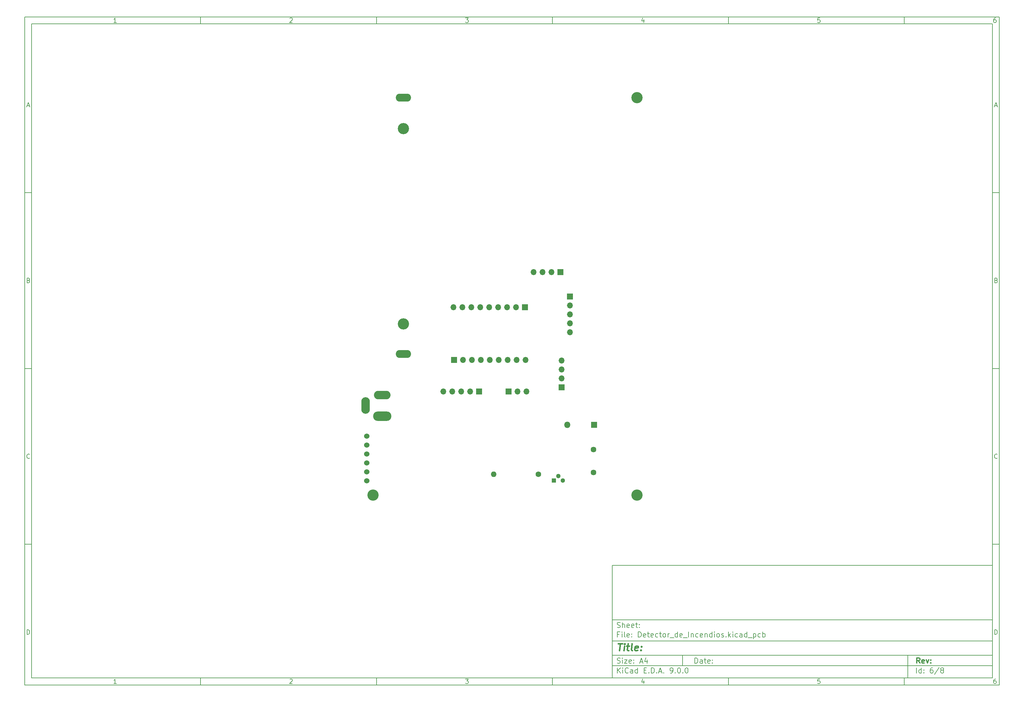
<source format=gbr>
%TF.GenerationSoftware,KiCad,Pcbnew,9.0.0*%
%TF.CreationDate,2025-02-27T14:05:11-05:00*%
%TF.ProjectId,Detector_de_Incendios,44657465-6374-46f7-925f-64655f496e63,rev?*%
%TF.SameCoordinates,Original*%
%TF.FileFunction,Soldermask,Top*%
%TF.FilePolarity,Negative*%
%FSLAX46Y46*%
G04 Gerber Fmt 4.6, Leading zero omitted, Abs format (unit mm)*
G04 Created by KiCad (PCBNEW 9.0.0) date 2025-02-27 14:05:11*
%MOMM*%
%LPD*%
G01*
G04 APERTURE LIST*
%ADD10C,0.100000*%
%ADD11C,0.150000*%
%ADD12C,0.300000*%
%ADD13C,0.400000*%
%ADD14C,3.200000*%
%ADD15C,1.600000*%
%ADD16O,1.600000X1.600000*%
%ADD17R,1.700000X1.700000*%
%ADD18O,1.700000X1.700000*%
%ADD19O,5.204000X2.704000*%
%ADD20O,4.704000X2.454000*%
%ADD21O,2.454000X4.704000*%
%ADD22C,1.612000*%
%ADD23C,1.524000*%
%ADD24O,1.800000X1.800000*%
%ADD25R,1.800000X1.800000*%
%ADD26R,1.300000X1.300000*%
%ADD27C,1.300000*%
%ADD28O,4.344000X2.274000*%
G04 APERTURE END LIST*
D10*
D11*
X177002200Y-166007200D02*
X285002200Y-166007200D01*
X285002200Y-198007200D01*
X177002200Y-198007200D01*
X177002200Y-166007200D01*
D10*
D11*
X10000000Y-10000000D02*
X287002200Y-10000000D01*
X287002200Y-200007200D01*
X10000000Y-200007200D01*
X10000000Y-10000000D01*
D10*
D11*
X12000000Y-12000000D02*
X285002200Y-12000000D01*
X285002200Y-198007200D01*
X12000000Y-198007200D01*
X12000000Y-12000000D01*
D10*
D11*
X60000000Y-12000000D02*
X60000000Y-10000000D01*
D10*
D11*
X110000000Y-12000000D02*
X110000000Y-10000000D01*
D10*
D11*
X160000000Y-12000000D02*
X160000000Y-10000000D01*
D10*
D11*
X210000000Y-12000000D02*
X210000000Y-10000000D01*
D10*
D11*
X260000000Y-12000000D02*
X260000000Y-10000000D01*
D10*
D11*
X36089160Y-11593604D02*
X35346303Y-11593604D01*
X35717731Y-11593604D02*
X35717731Y-10293604D01*
X35717731Y-10293604D02*
X35593922Y-10479319D01*
X35593922Y-10479319D02*
X35470112Y-10603128D01*
X35470112Y-10603128D02*
X35346303Y-10665033D01*
D10*
D11*
X85346303Y-10417414D02*
X85408207Y-10355509D01*
X85408207Y-10355509D02*
X85532017Y-10293604D01*
X85532017Y-10293604D02*
X85841541Y-10293604D01*
X85841541Y-10293604D02*
X85965350Y-10355509D01*
X85965350Y-10355509D02*
X86027255Y-10417414D01*
X86027255Y-10417414D02*
X86089160Y-10541223D01*
X86089160Y-10541223D02*
X86089160Y-10665033D01*
X86089160Y-10665033D02*
X86027255Y-10850747D01*
X86027255Y-10850747D02*
X85284398Y-11593604D01*
X85284398Y-11593604D02*
X86089160Y-11593604D01*
D10*
D11*
X135284398Y-10293604D02*
X136089160Y-10293604D01*
X136089160Y-10293604D02*
X135655826Y-10788842D01*
X135655826Y-10788842D02*
X135841541Y-10788842D01*
X135841541Y-10788842D02*
X135965350Y-10850747D01*
X135965350Y-10850747D02*
X136027255Y-10912652D01*
X136027255Y-10912652D02*
X136089160Y-11036461D01*
X136089160Y-11036461D02*
X136089160Y-11345985D01*
X136089160Y-11345985D02*
X136027255Y-11469795D01*
X136027255Y-11469795D02*
X135965350Y-11531700D01*
X135965350Y-11531700D02*
X135841541Y-11593604D01*
X135841541Y-11593604D02*
X135470112Y-11593604D01*
X135470112Y-11593604D02*
X135346303Y-11531700D01*
X135346303Y-11531700D02*
X135284398Y-11469795D01*
D10*
D11*
X185965350Y-10726938D02*
X185965350Y-11593604D01*
X185655826Y-10231700D02*
X185346303Y-11160271D01*
X185346303Y-11160271D02*
X186151064Y-11160271D01*
D10*
D11*
X236027255Y-10293604D02*
X235408207Y-10293604D01*
X235408207Y-10293604D02*
X235346303Y-10912652D01*
X235346303Y-10912652D02*
X235408207Y-10850747D01*
X235408207Y-10850747D02*
X235532017Y-10788842D01*
X235532017Y-10788842D02*
X235841541Y-10788842D01*
X235841541Y-10788842D02*
X235965350Y-10850747D01*
X235965350Y-10850747D02*
X236027255Y-10912652D01*
X236027255Y-10912652D02*
X236089160Y-11036461D01*
X236089160Y-11036461D02*
X236089160Y-11345985D01*
X236089160Y-11345985D02*
X236027255Y-11469795D01*
X236027255Y-11469795D02*
X235965350Y-11531700D01*
X235965350Y-11531700D02*
X235841541Y-11593604D01*
X235841541Y-11593604D02*
X235532017Y-11593604D01*
X235532017Y-11593604D02*
X235408207Y-11531700D01*
X235408207Y-11531700D02*
X235346303Y-11469795D01*
D10*
D11*
X285965350Y-10293604D02*
X285717731Y-10293604D01*
X285717731Y-10293604D02*
X285593922Y-10355509D01*
X285593922Y-10355509D02*
X285532017Y-10417414D01*
X285532017Y-10417414D02*
X285408207Y-10603128D01*
X285408207Y-10603128D02*
X285346303Y-10850747D01*
X285346303Y-10850747D02*
X285346303Y-11345985D01*
X285346303Y-11345985D02*
X285408207Y-11469795D01*
X285408207Y-11469795D02*
X285470112Y-11531700D01*
X285470112Y-11531700D02*
X285593922Y-11593604D01*
X285593922Y-11593604D02*
X285841541Y-11593604D01*
X285841541Y-11593604D02*
X285965350Y-11531700D01*
X285965350Y-11531700D02*
X286027255Y-11469795D01*
X286027255Y-11469795D02*
X286089160Y-11345985D01*
X286089160Y-11345985D02*
X286089160Y-11036461D01*
X286089160Y-11036461D02*
X286027255Y-10912652D01*
X286027255Y-10912652D02*
X285965350Y-10850747D01*
X285965350Y-10850747D02*
X285841541Y-10788842D01*
X285841541Y-10788842D02*
X285593922Y-10788842D01*
X285593922Y-10788842D02*
X285470112Y-10850747D01*
X285470112Y-10850747D02*
X285408207Y-10912652D01*
X285408207Y-10912652D02*
X285346303Y-11036461D01*
D10*
D11*
X60000000Y-198007200D02*
X60000000Y-200007200D01*
D10*
D11*
X110000000Y-198007200D02*
X110000000Y-200007200D01*
D10*
D11*
X160000000Y-198007200D02*
X160000000Y-200007200D01*
D10*
D11*
X210000000Y-198007200D02*
X210000000Y-200007200D01*
D10*
D11*
X260000000Y-198007200D02*
X260000000Y-200007200D01*
D10*
D11*
X36089160Y-199600804D02*
X35346303Y-199600804D01*
X35717731Y-199600804D02*
X35717731Y-198300804D01*
X35717731Y-198300804D02*
X35593922Y-198486519D01*
X35593922Y-198486519D02*
X35470112Y-198610328D01*
X35470112Y-198610328D02*
X35346303Y-198672233D01*
D10*
D11*
X85346303Y-198424614D02*
X85408207Y-198362709D01*
X85408207Y-198362709D02*
X85532017Y-198300804D01*
X85532017Y-198300804D02*
X85841541Y-198300804D01*
X85841541Y-198300804D02*
X85965350Y-198362709D01*
X85965350Y-198362709D02*
X86027255Y-198424614D01*
X86027255Y-198424614D02*
X86089160Y-198548423D01*
X86089160Y-198548423D02*
X86089160Y-198672233D01*
X86089160Y-198672233D02*
X86027255Y-198857947D01*
X86027255Y-198857947D02*
X85284398Y-199600804D01*
X85284398Y-199600804D02*
X86089160Y-199600804D01*
D10*
D11*
X135284398Y-198300804D02*
X136089160Y-198300804D01*
X136089160Y-198300804D02*
X135655826Y-198796042D01*
X135655826Y-198796042D02*
X135841541Y-198796042D01*
X135841541Y-198796042D02*
X135965350Y-198857947D01*
X135965350Y-198857947D02*
X136027255Y-198919852D01*
X136027255Y-198919852D02*
X136089160Y-199043661D01*
X136089160Y-199043661D02*
X136089160Y-199353185D01*
X136089160Y-199353185D02*
X136027255Y-199476995D01*
X136027255Y-199476995D02*
X135965350Y-199538900D01*
X135965350Y-199538900D02*
X135841541Y-199600804D01*
X135841541Y-199600804D02*
X135470112Y-199600804D01*
X135470112Y-199600804D02*
X135346303Y-199538900D01*
X135346303Y-199538900D02*
X135284398Y-199476995D01*
D10*
D11*
X185965350Y-198734138D02*
X185965350Y-199600804D01*
X185655826Y-198238900D02*
X185346303Y-199167471D01*
X185346303Y-199167471D02*
X186151064Y-199167471D01*
D10*
D11*
X236027255Y-198300804D02*
X235408207Y-198300804D01*
X235408207Y-198300804D02*
X235346303Y-198919852D01*
X235346303Y-198919852D02*
X235408207Y-198857947D01*
X235408207Y-198857947D02*
X235532017Y-198796042D01*
X235532017Y-198796042D02*
X235841541Y-198796042D01*
X235841541Y-198796042D02*
X235965350Y-198857947D01*
X235965350Y-198857947D02*
X236027255Y-198919852D01*
X236027255Y-198919852D02*
X236089160Y-199043661D01*
X236089160Y-199043661D02*
X236089160Y-199353185D01*
X236089160Y-199353185D02*
X236027255Y-199476995D01*
X236027255Y-199476995D02*
X235965350Y-199538900D01*
X235965350Y-199538900D02*
X235841541Y-199600804D01*
X235841541Y-199600804D02*
X235532017Y-199600804D01*
X235532017Y-199600804D02*
X235408207Y-199538900D01*
X235408207Y-199538900D02*
X235346303Y-199476995D01*
D10*
D11*
X285965350Y-198300804D02*
X285717731Y-198300804D01*
X285717731Y-198300804D02*
X285593922Y-198362709D01*
X285593922Y-198362709D02*
X285532017Y-198424614D01*
X285532017Y-198424614D02*
X285408207Y-198610328D01*
X285408207Y-198610328D02*
X285346303Y-198857947D01*
X285346303Y-198857947D02*
X285346303Y-199353185D01*
X285346303Y-199353185D02*
X285408207Y-199476995D01*
X285408207Y-199476995D02*
X285470112Y-199538900D01*
X285470112Y-199538900D02*
X285593922Y-199600804D01*
X285593922Y-199600804D02*
X285841541Y-199600804D01*
X285841541Y-199600804D02*
X285965350Y-199538900D01*
X285965350Y-199538900D02*
X286027255Y-199476995D01*
X286027255Y-199476995D02*
X286089160Y-199353185D01*
X286089160Y-199353185D02*
X286089160Y-199043661D01*
X286089160Y-199043661D02*
X286027255Y-198919852D01*
X286027255Y-198919852D02*
X285965350Y-198857947D01*
X285965350Y-198857947D02*
X285841541Y-198796042D01*
X285841541Y-198796042D02*
X285593922Y-198796042D01*
X285593922Y-198796042D02*
X285470112Y-198857947D01*
X285470112Y-198857947D02*
X285408207Y-198919852D01*
X285408207Y-198919852D02*
X285346303Y-199043661D01*
D10*
D11*
X10000000Y-60000000D02*
X12000000Y-60000000D01*
D10*
D11*
X10000000Y-110000000D02*
X12000000Y-110000000D01*
D10*
D11*
X10000000Y-160000000D02*
X12000000Y-160000000D01*
D10*
D11*
X10690476Y-35222176D02*
X11309523Y-35222176D01*
X10566666Y-35593604D02*
X10999999Y-34293604D01*
X10999999Y-34293604D02*
X11433333Y-35593604D01*
D10*
D11*
X11092857Y-84912652D02*
X11278571Y-84974557D01*
X11278571Y-84974557D02*
X11340476Y-85036461D01*
X11340476Y-85036461D02*
X11402380Y-85160271D01*
X11402380Y-85160271D02*
X11402380Y-85345985D01*
X11402380Y-85345985D02*
X11340476Y-85469795D01*
X11340476Y-85469795D02*
X11278571Y-85531700D01*
X11278571Y-85531700D02*
X11154761Y-85593604D01*
X11154761Y-85593604D02*
X10659523Y-85593604D01*
X10659523Y-85593604D02*
X10659523Y-84293604D01*
X10659523Y-84293604D02*
X11092857Y-84293604D01*
X11092857Y-84293604D02*
X11216666Y-84355509D01*
X11216666Y-84355509D02*
X11278571Y-84417414D01*
X11278571Y-84417414D02*
X11340476Y-84541223D01*
X11340476Y-84541223D02*
X11340476Y-84665033D01*
X11340476Y-84665033D02*
X11278571Y-84788842D01*
X11278571Y-84788842D02*
X11216666Y-84850747D01*
X11216666Y-84850747D02*
X11092857Y-84912652D01*
X11092857Y-84912652D02*
X10659523Y-84912652D01*
D10*
D11*
X11402380Y-135469795D02*
X11340476Y-135531700D01*
X11340476Y-135531700D02*
X11154761Y-135593604D01*
X11154761Y-135593604D02*
X11030952Y-135593604D01*
X11030952Y-135593604D02*
X10845238Y-135531700D01*
X10845238Y-135531700D02*
X10721428Y-135407890D01*
X10721428Y-135407890D02*
X10659523Y-135284080D01*
X10659523Y-135284080D02*
X10597619Y-135036461D01*
X10597619Y-135036461D02*
X10597619Y-134850747D01*
X10597619Y-134850747D02*
X10659523Y-134603128D01*
X10659523Y-134603128D02*
X10721428Y-134479319D01*
X10721428Y-134479319D02*
X10845238Y-134355509D01*
X10845238Y-134355509D02*
X11030952Y-134293604D01*
X11030952Y-134293604D02*
X11154761Y-134293604D01*
X11154761Y-134293604D02*
X11340476Y-134355509D01*
X11340476Y-134355509D02*
X11402380Y-134417414D01*
D10*
D11*
X10659523Y-185593604D02*
X10659523Y-184293604D01*
X10659523Y-184293604D02*
X10969047Y-184293604D01*
X10969047Y-184293604D02*
X11154761Y-184355509D01*
X11154761Y-184355509D02*
X11278571Y-184479319D01*
X11278571Y-184479319D02*
X11340476Y-184603128D01*
X11340476Y-184603128D02*
X11402380Y-184850747D01*
X11402380Y-184850747D02*
X11402380Y-185036461D01*
X11402380Y-185036461D02*
X11340476Y-185284080D01*
X11340476Y-185284080D02*
X11278571Y-185407890D01*
X11278571Y-185407890D02*
X11154761Y-185531700D01*
X11154761Y-185531700D02*
X10969047Y-185593604D01*
X10969047Y-185593604D02*
X10659523Y-185593604D01*
D10*
D11*
X287002200Y-60000000D02*
X285002200Y-60000000D01*
D10*
D11*
X287002200Y-110000000D02*
X285002200Y-110000000D01*
D10*
D11*
X287002200Y-160000000D02*
X285002200Y-160000000D01*
D10*
D11*
X285692676Y-35222176D02*
X286311723Y-35222176D01*
X285568866Y-35593604D02*
X286002199Y-34293604D01*
X286002199Y-34293604D02*
X286435533Y-35593604D01*
D10*
D11*
X286095057Y-84912652D02*
X286280771Y-84974557D01*
X286280771Y-84974557D02*
X286342676Y-85036461D01*
X286342676Y-85036461D02*
X286404580Y-85160271D01*
X286404580Y-85160271D02*
X286404580Y-85345985D01*
X286404580Y-85345985D02*
X286342676Y-85469795D01*
X286342676Y-85469795D02*
X286280771Y-85531700D01*
X286280771Y-85531700D02*
X286156961Y-85593604D01*
X286156961Y-85593604D02*
X285661723Y-85593604D01*
X285661723Y-85593604D02*
X285661723Y-84293604D01*
X285661723Y-84293604D02*
X286095057Y-84293604D01*
X286095057Y-84293604D02*
X286218866Y-84355509D01*
X286218866Y-84355509D02*
X286280771Y-84417414D01*
X286280771Y-84417414D02*
X286342676Y-84541223D01*
X286342676Y-84541223D02*
X286342676Y-84665033D01*
X286342676Y-84665033D02*
X286280771Y-84788842D01*
X286280771Y-84788842D02*
X286218866Y-84850747D01*
X286218866Y-84850747D02*
X286095057Y-84912652D01*
X286095057Y-84912652D02*
X285661723Y-84912652D01*
D10*
D11*
X286404580Y-135469795D02*
X286342676Y-135531700D01*
X286342676Y-135531700D02*
X286156961Y-135593604D01*
X286156961Y-135593604D02*
X286033152Y-135593604D01*
X286033152Y-135593604D02*
X285847438Y-135531700D01*
X285847438Y-135531700D02*
X285723628Y-135407890D01*
X285723628Y-135407890D02*
X285661723Y-135284080D01*
X285661723Y-135284080D02*
X285599819Y-135036461D01*
X285599819Y-135036461D02*
X285599819Y-134850747D01*
X285599819Y-134850747D02*
X285661723Y-134603128D01*
X285661723Y-134603128D02*
X285723628Y-134479319D01*
X285723628Y-134479319D02*
X285847438Y-134355509D01*
X285847438Y-134355509D02*
X286033152Y-134293604D01*
X286033152Y-134293604D02*
X286156961Y-134293604D01*
X286156961Y-134293604D02*
X286342676Y-134355509D01*
X286342676Y-134355509D02*
X286404580Y-134417414D01*
D10*
D11*
X285661723Y-185593604D02*
X285661723Y-184293604D01*
X285661723Y-184293604D02*
X285971247Y-184293604D01*
X285971247Y-184293604D02*
X286156961Y-184355509D01*
X286156961Y-184355509D02*
X286280771Y-184479319D01*
X286280771Y-184479319D02*
X286342676Y-184603128D01*
X286342676Y-184603128D02*
X286404580Y-184850747D01*
X286404580Y-184850747D02*
X286404580Y-185036461D01*
X286404580Y-185036461D02*
X286342676Y-185284080D01*
X286342676Y-185284080D02*
X286280771Y-185407890D01*
X286280771Y-185407890D02*
X286156961Y-185531700D01*
X286156961Y-185531700D02*
X285971247Y-185593604D01*
X285971247Y-185593604D02*
X285661723Y-185593604D01*
D10*
D11*
X200458026Y-193793328D02*
X200458026Y-192293328D01*
X200458026Y-192293328D02*
X200815169Y-192293328D01*
X200815169Y-192293328D02*
X201029455Y-192364757D01*
X201029455Y-192364757D02*
X201172312Y-192507614D01*
X201172312Y-192507614D02*
X201243741Y-192650471D01*
X201243741Y-192650471D02*
X201315169Y-192936185D01*
X201315169Y-192936185D02*
X201315169Y-193150471D01*
X201315169Y-193150471D02*
X201243741Y-193436185D01*
X201243741Y-193436185D02*
X201172312Y-193579042D01*
X201172312Y-193579042D02*
X201029455Y-193721900D01*
X201029455Y-193721900D02*
X200815169Y-193793328D01*
X200815169Y-193793328D02*
X200458026Y-193793328D01*
X202600884Y-193793328D02*
X202600884Y-193007614D01*
X202600884Y-193007614D02*
X202529455Y-192864757D01*
X202529455Y-192864757D02*
X202386598Y-192793328D01*
X202386598Y-192793328D02*
X202100884Y-192793328D01*
X202100884Y-192793328D02*
X201958026Y-192864757D01*
X202600884Y-193721900D02*
X202458026Y-193793328D01*
X202458026Y-193793328D02*
X202100884Y-193793328D01*
X202100884Y-193793328D02*
X201958026Y-193721900D01*
X201958026Y-193721900D02*
X201886598Y-193579042D01*
X201886598Y-193579042D02*
X201886598Y-193436185D01*
X201886598Y-193436185D02*
X201958026Y-193293328D01*
X201958026Y-193293328D02*
X202100884Y-193221900D01*
X202100884Y-193221900D02*
X202458026Y-193221900D01*
X202458026Y-193221900D02*
X202600884Y-193150471D01*
X203100884Y-192793328D02*
X203672312Y-192793328D01*
X203315169Y-192293328D02*
X203315169Y-193579042D01*
X203315169Y-193579042D02*
X203386598Y-193721900D01*
X203386598Y-193721900D02*
X203529455Y-193793328D01*
X203529455Y-193793328D02*
X203672312Y-193793328D01*
X204743741Y-193721900D02*
X204600884Y-193793328D01*
X204600884Y-193793328D02*
X204315170Y-193793328D01*
X204315170Y-193793328D02*
X204172312Y-193721900D01*
X204172312Y-193721900D02*
X204100884Y-193579042D01*
X204100884Y-193579042D02*
X204100884Y-193007614D01*
X204100884Y-193007614D02*
X204172312Y-192864757D01*
X204172312Y-192864757D02*
X204315170Y-192793328D01*
X204315170Y-192793328D02*
X204600884Y-192793328D01*
X204600884Y-192793328D02*
X204743741Y-192864757D01*
X204743741Y-192864757D02*
X204815170Y-193007614D01*
X204815170Y-193007614D02*
X204815170Y-193150471D01*
X204815170Y-193150471D02*
X204100884Y-193293328D01*
X205458026Y-193650471D02*
X205529455Y-193721900D01*
X205529455Y-193721900D02*
X205458026Y-193793328D01*
X205458026Y-193793328D02*
X205386598Y-193721900D01*
X205386598Y-193721900D02*
X205458026Y-193650471D01*
X205458026Y-193650471D02*
X205458026Y-193793328D01*
X205458026Y-192864757D02*
X205529455Y-192936185D01*
X205529455Y-192936185D02*
X205458026Y-193007614D01*
X205458026Y-193007614D02*
X205386598Y-192936185D01*
X205386598Y-192936185D02*
X205458026Y-192864757D01*
X205458026Y-192864757D02*
X205458026Y-193007614D01*
D10*
D11*
X177002200Y-194507200D02*
X285002200Y-194507200D01*
D10*
D11*
X178458026Y-196593328D02*
X178458026Y-195093328D01*
X179315169Y-196593328D02*
X178672312Y-195736185D01*
X179315169Y-195093328D02*
X178458026Y-195950471D01*
X179958026Y-196593328D02*
X179958026Y-195593328D01*
X179958026Y-195093328D02*
X179886598Y-195164757D01*
X179886598Y-195164757D02*
X179958026Y-195236185D01*
X179958026Y-195236185D02*
X180029455Y-195164757D01*
X180029455Y-195164757D02*
X179958026Y-195093328D01*
X179958026Y-195093328D02*
X179958026Y-195236185D01*
X181529455Y-196450471D02*
X181458027Y-196521900D01*
X181458027Y-196521900D02*
X181243741Y-196593328D01*
X181243741Y-196593328D02*
X181100884Y-196593328D01*
X181100884Y-196593328D02*
X180886598Y-196521900D01*
X180886598Y-196521900D02*
X180743741Y-196379042D01*
X180743741Y-196379042D02*
X180672312Y-196236185D01*
X180672312Y-196236185D02*
X180600884Y-195950471D01*
X180600884Y-195950471D02*
X180600884Y-195736185D01*
X180600884Y-195736185D02*
X180672312Y-195450471D01*
X180672312Y-195450471D02*
X180743741Y-195307614D01*
X180743741Y-195307614D02*
X180886598Y-195164757D01*
X180886598Y-195164757D02*
X181100884Y-195093328D01*
X181100884Y-195093328D02*
X181243741Y-195093328D01*
X181243741Y-195093328D02*
X181458027Y-195164757D01*
X181458027Y-195164757D02*
X181529455Y-195236185D01*
X182815170Y-196593328D02*
X182815170Y-195807614D01*
X182815170Y-195807614D02*
X182743741Y-195664757D01*
X182743741Y-195664757D02*
X182600884Y-195593328D01*
X182600884Y-195593328D02*
X182315170Y-195593328D01*
X182315170Y-195593328D02*
X182172312Y-195664757D01*
X182815170Y-196521900D02*
X182672312Y-196593328D01*
X182672312Y-196593328D02*
X182315170Y-196593328D01*
X182315170Y-196593328D02*
X182172312Y-196521900D01*
X182172312Y-196521900D02*
X182100884Y-196379042D01*
X182100884Y-196379042D02*
X182100884Y-196236185D01*
X182100884Y-196236185D02*
X182172312Y-196093328D01*
X182172312Y-196093328D02*
X182315170Y-196021900D01*
X182315170Y-196021900D02*
X182672312Y-196021900D01*
X182672312Y-196021900D02*
X182815170Y-195950471D01*
X184172313Y-196593328D02*
X184172313Y-195093328D01*
X184172313Y-196521900D02*
X184029455Y-196593328D01*
X184029455Y-196593328D02*
X183743741Y-196593328D01*
X183743741Y-196593328D02*
X183600884Y-196521900D01*
X183600884Y-196521900D02*
X183529455Y-196450471D01*
X183529455Y-196450471D02*
X183458027Y-196307614D01*
X183458027Y-196307614D02*
X183458027Y-195879042D01*
X183458027Y-195879042D02*
X183529455Y-195736185D01*
X183529455Y-195736185D02*
X183600884Y-195664757D01*
X183600884Y-195664757D02*
X183743741Y-195593328D01*
X183743741Y-195593328D02*
X184029455Y-195593328D01*
X184029455Y-195593328D02*
X184172313Y-195664757D01*
X186029455Y-195807614D02*
X186529455Y-195807614D01*
X186743741Y-196593328D02*
X186029455Y-196593328D01*
X186029455Y-196593328D02*
X186029455Y-195093328D01*
X186029455Y-195093328D02*
X186743741Y-195093328D01*
X187386598Y-196450471D02*
X187458027Y-196521900D01*
X187458027Y-196521900D02*
X187386598Y-196593328D01*
X187386598Y-196593328D02*
X187315170Y-196521900D01*
X187315170Y-196521900D02*
X187386598Y-196450471D01*
X187386598Y-196450471D02*
X187386598Y-196593328D01*
X188100884Y-196593328D02*
X188100884Y-195093328D01*
X188100884Y-195093328D02*
X188458027Y-195093328D01*
X188458027Y-195093328D02*
X188672313Y-195164757D01*
X188672313Y-195164757D02*
X188815170Y-195307614D01*
X188815170Y-195307614D02*
X188886599Y-195450471D01*
X188886599Y-195450471D02*
X188958027Y-195736185D01*
X188958027Y-195736185D02*
X188958027Y-195950471D01*
X188958027Y-195950471D02*
X188886599Y-196236185D01*
X188886599Y-196236185D02*
X188815170Y-196379042D01*
X188815170Y-196379042D02*
X188672313Y-196521900D01*
X188672313Y-196521900D02*
X188458027Y-196593328D01*
X188458027Y-196593328D02*
X188100884Y-196593328D01*
X189600884Y-196450471D02*
X189672313Y-196521900D01*
X189672313Y-196521900D02*
X189600884Y-196593328D01*
X189600884Y-196593328D02*
X189529456Y-196521900D01*
X189529456Y-196521900D02*
X189600884Y-196450471D01*
X189600884Y-196450471D02*
X189600884Y-196593328D01*
X190243742Y-196164757D02*
X190958028Y-196164757D01*
X190100885Y-196593328D02*
X190600885Y-195093328D01*
X190600885Y-195093328D02*
X191100885Y-196593328D01*
X191600884Y-196450471D02*
X191672313Y-196521900D01*
X191672313Y-196521900D02*
X191600884Y-196593328D01*
X191600884Y-196593328D02*
X191529456Y-196521900D01*
X191529456Y-196521900D02*
X191600884Y-196450471D01*
X191600884Y-196450471D02*
X191600884Y-196593328D01*
X193529456Y-196593328D02*
X193815170Y-196593328D01*
X193815170Y-196593328D02*
X193958027Y-196521900D01*
X193958027Y-196521900D02*
X194029456Y-196450471D01*
X194029456Y-196450471D02*
X194172313Y-196236185D01*
X194172313Y-196236185D02*
X194243742Y-195950471D01*
X194243742Y-195950471D02*
X194243742Y-195379042D01*
X194243742Y-195379042D02*
X194172313Y-195236185D01*
X194172313Y-195236185D02*
X194100885Y-195164757D01*
X194100885Y-195164757D02*
X193958027Y-195093328D01*
X193958027Y-195093328D02*
X193672313Y-195093328D01*
X193672313Y-195093328D02*
X193529456Y-195164757D01*
X193529456Y-195164757D02*
X193458027Y-195236185D01*
X193458027Y-195236185D02*
X193386599Y-195379042D01*
X193386599Y-195379042D02*
X193386599Y-195736185D01*
X193386599Y-195736185D02*
X193458027Y-195879042D01*
X193458027Y-195879042D02*
X193529456Y-195950471D01*
X193529456Y-195950471D02*
X193672313Y-196021900D01*
X193672313Y-196021900D02*
X193958027Y-196021900D01*
X193958027Y-196021900D02*
X194100885Y-195950471D01*
X194100885Y-195950471D02*
X194172313Y-195879042D01*
X194172313Y-195879042D02*
X194243742Y-195736185D01*
X194886598Y-196450471D02*
X194958027Y-196521900D01*
X194958027Y-196521900D02*
X194886598Y-196593328D01*
X194886598Y-196593328D02*
X194815170Y-196521900D01*
X194815170Y-196521900D02*
X194886598Y-196450471D01*
X194886598Y-196450471D02*
X194886598Y-196593328D01*
X195886599Y-195093328D02*
X196029456Y-195093328D01*
X196029456Y-195093328D02*
X196172313Y-195164757D01*
X196172313Y-195164757D02*
X196243742Y-195236185D01*
X196243742Y-195236185D02*
X196315170Y-195379042D01*
X196315170Y-195379042D02*
X196386599Y-195664757D01*
X196386599Y-195664757D02*
X196386599Y-196021900D01*
X196386599Y-196021900D02*
X196315170Y-196307614D01*
X196315170Y-196307614D02*
X196243742Y-196450471D01*
X196243742Y-196450471D02*
X196172313Y-196521900D01*
X196172313Y-196521900D02*
X196029456Y-196593328D01*
X196029456Y-196593328D02*
X195886599Y-196593328D01*
X195886599Y-196593328D02*
X195743742Y-196521900D01*
X195743742Y-196521900D02*
X195672313Y-196450471D01*
X195672313Y-196450471D02*
X195600884Y-196307614D01*
X195600884Y-196307614D02*
X195529456Y-196021900D01*
X195529456Y-196021900D02*
X195529456Y-195664757D01*
X195529456Y-195664757D02*
X195600884Y-195379042D01*
X195600884Y-195379042D02*
X195672313Y-195236185D01*
X195672313Y-195236185D02*
X195743742Y-195164757D01*
X195743742Y-195164757D02*
X195886599Y-195093328D01*
X197029455Y-196450471D02*
X197100884Y-196521900D01*
X197100884Y-196521900D02*
X197029455Y-196593328D01*
X197029455Y-196593328D02*
X196958027Y-196521900D01*
X196958027Y-196521900D02*
X197029455Y-196450471D01*
X197029455Y-196450471D02*
X197029455Y-196593328D01*
X198029456Y-195093328D02*
X198172313Y-195093328D01*
X198172313Y-195093328D02*
X198315170Y-195164757D01*
X198315170Y-195164757D02*
X198386599Y-195236185D01*
X198386599Y-195236185D02*
X198458027Y-195379042D01*
X198458027Y-195379042D02*
X198529456Y-195664757D01*
X198529456Y-195664757D02*
X198529456Y-196021900D01*
X198529456Y-196021900D02*
X198458027Y-196307614D01*
X198458027Y-196307614D02*
X198386599Y-196450471D01*
X198386599Y-196450471D02*
X198315170Y-196521900D01*
X198315170Y-196521900D02*
X198172313Y-196593328D01*
X198172313Y-196593328D02*
X198029456Y-196593328D01*
X198029456Y-196593328D02*
X197886599Y-196521900D01*
X197886599Y-196521900D02*
X197815170Y-196450471D01*
X197815170Y-196450471D02*
X197743741Y-196307614D01*
X197743741Y-196307614D02*
X197672313Y-196021900D01*
X197672313Y-196021900D02*
X197672313Y-195664757D01*
X197672313Y-195664757D02*
X197743741Y-195379042D01*
X197743741Y-195379042D02*
X197815170Y-195236185D01*
X197815170Y-195236185D02*
X197886599Y-195164757D01*
X197886599Y-195164757D02*
X198029456Y-195093328D01*
D10*
D11*
X177002200Y-191507200D02*
X285002200Y-191507200D01*
D10*
D12*
X264413853Y-193785528D02*
X263913853Y-193071242D01*
X263556710Y-193785528D02*
X263556710Y-192285528D01*
X263556710Y-192285528D02*
X264128139Y-192285528D01*
X264128139Y-192285528D02*
X264270996Y-192356957D01*
X264270996Y-192356957D02*
X264342425Y-192428385D01*
X264342425Y-192428385D02*
X264413853Y-192571242D01*
X264413853Y-192571242D02*
X264413853Y-192785528D01*
X264413853Y-192785528D02*
X264342425Y-192928385D01*
X264342425Y-192928385D02*
X264270996Y-192999814D01*
X264270996Y-192999814D02*
X264128139Y-193071242D01*
X264128139Y-193071242D02*
X263556710Y-193071242D01*
X265628139Y-193714100D02*
X265485282Y-193785528D01*
X265485282Y-193785528D02*
X265199568Y-193785528D01*
X265199568Y-193785528D02*
X265056710Y-193714100D01*
X265056710Y-193714100D02*
X264985282Y-193571242D01*
X264985282Y-193571242D02*
X264985282Y-192999814D01*
X264985282Y-192999814D02*
X265056710Y-192856957D01*
X265056710Y-192856957D02*
X265199568Y-192785528D01*
X265199568Y-192785528D02*
X265485282Y-192785528D01*
X265485282Y-192785528D02*
X265628139Y-192856957D01*
X265628139Y-192856957D02*
X265699568Y-192999814D01*
X265699568Y-192999814D02*
X265699568Y-193142671D01*
X265699568Y-193142671D02*
X264985282Y-193285528D01*
X266199567Y-192785528D02*
X266556710Y-193785528D01*
X266556710Y-193785528D02*
X266913853Y-192785528D01*
X267485281Y-193642671D02*
X267556710Y-193714100D01*
X267556710Y-193714100D02*
X267485281Y-193785528D01*
X267485281Y-193785528D02*
X267413853Y-193714100D01*
X267413853Y-193714100D02*
X267485281Y-193642671D01*
X267485281Y-193642671D02*
X267485281Y-193785528D01*
X267485281Y-192856957D02*
X267556710Y-192928385D01*
X267556710Y-192928385D02*
X267485281Y-192999814D01*
X267485281Y-192999814D02*
X267413853Y-192928385D01*
X267413853Y-192928385D02*
X267485281Y-192856957D01*
X267485281Y-192856957D02*
X267485281Y-192999814D01*
D10*
D11*
X178386598Y-193721900D02*
X178600884Y-193793328D01*
X178600884Y-193793328D02*
X178958026Y-193793328D01*
X178958026Y-193793328D02*
X179100884Y-193721900D01*
X179100884Y-193721900D02*
X179172312Y-193650471D01*
X179172312Y-193650471D02*
X179243741Y-193507614D01*
X179243741Y-193507614D02*
X179243741Y-193364757D01*
X179243741Y-193364757D02*
X179172312Y-193221900D01*
X179172312Y-193221900D02*
X179100884Y-193150471D01*
X179100884Y-193150471D02*
X178958026Y-193079042D01*
X178958026Y-193079042D02*
X178672312Y-193007614D01*
X178672312Y-193007614D02*
X178529455Y-192936185D01*
X178529455Y-192936185D02*
X178458026Y-192864757D01*
X178458026Y-192864757D02*
X178386598Y-192721900D01*
X178386598Y-192721900D02*
X178386598Y-192579042D01*
X178386598Y-192579042D02*
X178458026Y-192436185D01*
X178458026Y-192436185D02*
X178529455Y-192364757D01*
X178529455Y-192364757D02*
X178672312Y-192293328D01*
X178672312Y-192293328D02*
X179029455Y-192293328D01*
X179029455Y-192293328D02*
X179243741Y-192364757D01*
X179886597Y-193793328D02*
X179886597Y-192793328D01*
X179886597Y-192293328D02*
X179815169Y-192364757D01*
X179815169Y-192364757D02*
X179886597Y-192436185D01*
X179886597Y-192436185D02*
X179958026Y-192364757D01*
X179958026Y-192364757D02*
X179886597Y-192293328D01*
X179886597Y-192293328D02*
X179886597Y-192436185D01*
X180458026Y-192793328D02*
X181243741Y-192793328D01*
X181243741Y-192793328D02*
X180458026Y-193793328D01*
X180458026Y-193793328D02*
X181243741Y-193793328D01*
X182386598Y-193721900D02*
X182243741Y-193793328D01*
X182243741Y-193793328D02*
X181958027Y-193793328D01*
X181958027Y-193793328D02*
X181815169Y-193721900D01*
X181815169Y-193721900D02*
X181743741Y-193579042D01*
X181743741Y-193579042D02*
X181743741Y-193007614D01*
X181743741Y-193007614D02*
X181815169Y-192864757D01*
X181815169Y-192864757D02*
X181958027Y-192793328D01*
X181958027Y-192793328D02*
X182243741Y-192793328D01*
X182243741Y-192793328D02*
X182386598Y-192864757D01*
X182386598Y-192864757D02*
X182458027Y-193007614D01*
X182458027Y-193007614D02*
X182458027Y-193150471D01*
X182458027Y-193150471D02*
X181743741Y-193293328D01*
X183100883Y-193650471D02*
X183172312Y-193721900D01*
X183172312Y-193721900D02*
X183100883Y-193793328D01*
X183100883Y-193793328D02*
X183029455Y-193721900D01*
X183029455Y-193721900D02*
X183100883Y-193650471D01*
X183100883Y-193650471D02*
X183100883Y-193793328D01*
X183100883Y-192864757D02*
X183172312Y-192936185D01*
X183172312Y-192936185D02*
X183100883Y-193007614D01*
X183100883Y-193007614D02*
X183029455Y-192936185D01*
X183029455Y-192936185D02*
X183100883Y-192864757D01*
X183100883Y-192864757D02*
X183100883Y-193007614D01*
X184886598Y-193364757D02*
X185600884Y-193364757D01*
X184743741Y-193793328D02*
X185243741Y-192293328D01*
X185243741Y-192293328D02*
X185743741Y-193793328D01*
X186886598Y-192793328D02*
X186886598Y-193793328D01*
X186529455Y-192221900D02*
X186172312Y-193293328D01*
X186172312Y-193293328D02*
X187100883Y-193293328D01*
D10*
D11*
X263458026Y-196593328D02*
X263458026Y-195093328D01*
X264815170Y-196593328D02*
X264815170Y-195093328D01*
X264815170Y-196521900D02*
X264672312Y-196593328D01*
X264672312Y-196593328D02*
X264386598Y-196593328D01*
X264386598Y-196593328D02*
X264243741Y-196521900D01*
X264243741Y-196521900D02*
X264172312Y-196450471D01*
X264172312Y-196450471D02*
X264100884Y-196307614D01*
X264100884Y-196307614D02*
X264100884Y-195879042D01*
X264100884Y-195879042D02*
X264172312Y-195736185D01*
X264172312Y-195736185D02*
X264243741Y-195664757D01*
X264243741Y-195664757D02*
X264386598Y-195593328D01*
X264386598Y-195593328D02*
X264672312Y-195593328D01*
X264672312Y-195593328D02*
X264815170Y-195664757D01*
X265529455Y-196450471D02*
X265600884Y-196521900D01*
X265600884Y-196521900D02*
X265529455Y-196593328D01*
X265529455Y-196593328D02*
X265458027Y-196521900D01*
X265458027Y-196521900D02*
X265529455Y-196450471D01*
X265529455Y-196450471D02*
X265529455Y-196593328D01*
X265529455Y-195664757D02*
X265600884Y-195736185D01*
X265600884Y-195736185D02*
X265529455Y-195807614D01*
X265529455Y-195807614D02*
X265458027Y-195736185D01*
X265458027Y-195736185D02*
X265529455Y-195664757D01*
X265529455Y-195664757D02*
X265529455Y-195807614D01*
X268029456Y-195093328D02*
X267743741Y-195093328D01*
X267743741Y-195093328D02*
X267600884Y-195164757D01*
X267600884Y-195164757D02*
X267529456Y-195236185D01*
X267529456Y-195236185D02*
X267386598Y-195450471D01*
X267386598Y-195450471D02*
X267315170Y-195736185D01*
X267315170Y-195736185D02*
X267315170Y-196307614D01*
X267315170Y-196307614D02*
X267386598Y-196450471D01*
X267386598Y-196450471D02*
X267458027Y-196521900D01*
X267458027Y-196521900D02*
X267600884Y-196593328D01*
X267600884Y-196593328D02*
X267886598Y-196593328D01*
X267886598Y-196593328D02*
X268029456Y-196521900D01*
X268029456Y-196521900D02*
X268100884Y-196450471D01*
X268100884Y-196450471D02*
X268172313Y-196307614D01*
X268172313Y-196307614D02*
X268172313Y-195950471D01*
X268172313Y-195950471D02*
X268100884Y-195807614D01*
X268100884Y-195807614D02*
X268029456Y-195736185D01*
X268029456Y-195736185D02*
X267886598Y-195664757D01*
X267886598Y-195664757D02*
X267600884Y-195664757D01*
X267600884Y-195664757D02*
X267458027Y-195736185D01*
X267458027Y-195736185D02*
X267386598Y-195807614D01*
X267386598Y-195807614D02*
X267315170Y-195950471D01*
X269886598Y-195021900D02*
X268600884Y-196950471D01*
X270600884Y-195736185D02*
X270458027Y-195664757D01*
X270458027Y-195664757D02*
X270386598Y-195593328D01*
X270386598Y-195593328D02*
X270315170Y-195450471D01*
X270315170Y-195450471D02*
X270315170Y-195379042D01*
X270315170Y-195379042D02*
X270386598Y-195236185D01*
X270386598Y-195236185D02*
X270458027Y-195164757D01*
X270458027Y-195164757D02*
X270600884Y-195093328D01*
X270600884Y-195093328D02*
X270886598Y-195093328D01*
X270886598Y-195093328D02*
X271029456Y-195164757D01*
X271029456Y-195164757D02*
X271100884Y-195236185D01*
X271100884Y-195236185D02*
X271172313Y-195379042D01*
X271172313Y-195379042D02*
X271172313Y-195450471D01*
X271172313Y-195450471D02*
X271100884Y-195593328D01*
X271100884Y-195593328D02*
X271029456Y-195664757D01*
X271029456Y-195664757D02*
X270886598Y-195736185D01*
X270886598Y-195736185D02*
X270600884Y-195736185D01*
X270600884Y-195736185D02*
X270458027Y-195807614D01*
X270458027Y-195807614D02*
X270386598Y-195879042D01*
X270386598Y-195879042D02*
X270315170Y-196021900D01*
X270315170Y-196021900D02*
X270315170Y-196307614D01*
X270315170Y-196307614D02*
X270386598Y-196450471D01*
X270386598Y-196450471D02*
X270458027Y-196521900D01*
X270458027Y-196521900D02*
X270600884Y-196593328D01*
X270600884Y-196593328D02*
X270886598Y-196593328D01*
X270886598Y-196593328D02*
X271029456Y-196521900D01*
X271029456Y-196521900D02*
X271100884Y-196450471D01*
X271100884Y-196450471D02*
X271172313Y-196307614D01*
X271172313Y-196307614D02*
X271172313Y-196021900D01*
X271172313Y-196021900D02*
X271100884Y-195879042D01*
X271100884Y-195879042D02*
X271029456Y-195807614D01*
X271029456Y-195807614D02*
X270886598Y-195736185D01*
D10*
D11*
X177002200Y-187507200D02*
X285002200Y-187507200D01*
D10*
D13*
X178693928Y-188211638D02*
X179836785Y-188211638D01*
X179015357Y-190211638D02*
X179265357Y-188211638D01*
X180253452Y-190211638D02*
X180420119Y-188878304D01*
X180503452Y-188211638D02*
X180396309Y-188306876D01*
X180396309Y-188306876D02*
X180479643Y-188402114D01*
X180479643Y-188402114D02*
X180586786Y-188306876D01*
X180586786Y-188306876D02*
X180503452Y-188211638D01*
X180503452Y-188211638D02*
X180479643Y-188402114D01*
X181086786Y-188878304D02*
X181848690Y-188878304D01*
X181455833Y-188211638D02*
X181241548Y-189925923D01*
X181241548Y-189925923D02*
X181312976Y-190116400D01*
X181312976Y-190116400D02*
X181491548Y-190211638D01*
X181491548Y-190211638D02*
X181682024Y-190211638D01*
X182634405Y-190211638D02*
X182455833Y-190116400D01*
X182455833Y-190116400D02*
X182384405Y-189925923D01*
X182384405Y-189925923D02*
X182598690Y-188211638D01*
X184170119Y-190116400D02*
X183967738Y-190211638D01*
X183967738Y-190211638D02*
X183586785Y-190211638D01*
X183586785Y-190211638D02*
X183408214Y-190116400D01*
X183408214Y-190116400D02*
X183336785Y-189925923D01*
X183336785Y-189925923D02*
X183432024Y-189164019D01*
X183432024Y-189164019D02*
X183551071Y-188973542D01*
X183551071Y-188973542D02*
X183753452Y-188878304D01*
X183753452Y-188878304D02*
X184134404Y-188878304D01*
X184134404Y-188878304D02*
X184312976Y-188973542D01*
X184312976Y-188973542D02*
X184384404Y-189164019D01*
X184384404Y-189164019D02*
X184360595Y-189354495D01*
X184360595Y-189354495D02*
X183384404Y-189544971D01*
X185134405Y-190021161D02*
X185217738Y-190116400D01*
X185217738Y-190116400D02*
X185110595Y-190211638D01*
X185110595Y-190211638D02*
X185027262Y-190116400D01*
X185027262Y-190116400D02*
X185134405Y-190021161D01*
X185134405Y-190021161D02*
X185110595Y-190211638D01*
X185265357Y-188973542D02*
X185348690Y-189068780D01*
X185348690Y-189068780D02*
X185241548Y-189164019D01*
X185241548Y-189164019D02*
X185158214Y-189068780D01*
X185158214Y-189068780D02*
X185265357Y-188973542D01*
X185265357Y-188973542D02*
X185241548Y-189164019D01*
D10*
D11*
X178958026Y-185607614D02*
X178458026Y-185607614D01*
X178458026Y-186393328D02*
X178458026Y-184893328D01*
X178458026Y-184893328D02*
X179172312Y-184893328D01*
X179743740Y-186393328D02*
X179743740Y-185393328D01*
X179743740Y-184893328D02*
X179672312Y-184964757D01*
X179672312Y-184964757D02*
X179743740Y-185036185D01*
X179743740Y-185036185D02*
X179815169Y-184964757D01*
X179815169Y-184964757D02*
X179743740Y-184893328D01*
X179743740Y-184893328D02*
X179743740Y-185036185D01*
X180672312Y-186393328D02*
X180529455Y-186321900D01*
X180529455Y-186321900D02*
X180458026Y-186179042D01*
X180458026Y-186179042D02*
X180458026Y-184893328D01*
X181815169Y-186321900D02*
X181672312Y-186393328D01*
X181672312Y-186393328D02*
X181386598Y-186393328D01*
X181386598Y-186393328D02*
X181243740Y-186321900D01*
X181243740Y-186321900D02*
X181172312Y-186179042D01*
X181172312Y-186179042D02*
X181172312Y-185607614D01*
X181172312Y-185607614D02*
X181243740Y-185464757D01*
X181243740Y-185464757D02*
X181386598Y-185393328D01*
X181386598Y-185393328D02*
X181672312Y-185393328D01*
X181672312Y-185393328D02*
X181815169Y-185464757D01*
X181815169Y-185464757D02*
X181886598Y-185607614D01*
X181886598Y-185607614D02*
X181886598Y-185750471D01*
X181886598Y-185750471D02*
X181172312Y-185893328D01*
X182529454Y-186250471D02*
X182600883Y-186321900D01*
X182600883Y-186321900D02*
X182529454Y-186393328D01*
X182529454Y-186393328D02*
X182458026Y-186321900D01*
X182458026Y-186321900D02*
X182529454Y-186250471D01*
X182529454Y-186250471D02*
X182529454Y-186393328D01*
X182529454Y-185464757D02*
X182600883Y-185536185D01*
X182600883Y-185536185D02*
X182529454Y-185607614D01*
X182529454Y-185607614D02*
X182458026Y-185536185D01*
X182458026Y-185536185D02*
X182529454Y-185464757D01*
X182529454Y-185464757D02*
X182529454Y-185607614D01*
X184386597Y-186393328D02*
X184386597Y-184893328D01*
X184386597Y-184893328D02*
X184743740Y-184893328D01*
X184743740Y-184893328D02*
X184958026Y-184964757D01*
X184958026Y-184964757D02*
X185100883Y-185107614D01*
X185100883Y-185107614D02*
X185172312Y-185250471D01*
X185172312Y-185250471D02*
X185243740Y-185536185D01*
X185243740Y-185536185D02*
X185243740Y-185750471D01*
X185243740Y-185750471D02*
X185172312Y-186036185D01*
X185172312Y-186036185D02*
X185100883Y-186179042D01*
X185100883Y-186179042D02*
X184958026Y-186321900D01*
X184958026Y-186321900D02*
X184743740Y-186393328D01*
X184743740Y-186393328D02*
X184386597Y-186393328D01*
X186458026Y-186321900D02*
X186315169Y-186393328D01*
X186315169Y-186393328D02*
X186029455Y-186393328D01*
X186029455Y-186393328D02*
X185886597Y-186321900D01*
X185886597Y-186321900D02*
X185815169Y-186179042D01*
X185815169Y-186179042D02*
X185815169Y-185607614D01*
X185815169Y-185607614D02*
X185886597Y-185464757D01*
X185886597Y-185464757D02*
X186029455Y-185393328D01*
X186029455Y-185393328D02*
X186315169Y-185393328D01*
X186315169Y-185393328D02*
X186458026Y-185464757D01*
X186458026Y-185464757D02*
X186529455Y-185607614D01*
X186529455Y-185607614D02*
X186529455Y-185750471D01*
X186529455Y-185750471D02*
X185815169Y-185893328D01*
X186958026Y-185393328D02*
X187529454Y-185393328D01*
X187172311Y-184893328D02*
X187172311Y-186179042D01*
X187172311Y-186179042D02*
X187243740Y-186321900D01*
X187243740Y-186321900D02*
X187386597Y-186393328D01*
X187386597Y-186393328D02*
X187529454Y-186393328D01*
X188600883Y-186321900D02*
X188458026Y-186393328D01*
X188458026Y-186393328D02*
X188172312Y-186393328D01*
X188172312Y-186393328D02*
X188029454Y-186321900D01*
X188029454Y-186321900D02*
X187958026Y-186179042D01*
X187958026Y-186179042D02*
X187958026Y-185607614D01*
X187958026Y-185607614D02*
X188029454Y-185464757D01*
X188029454Y-185464757D02*
X188172312Y-185393328D01*
X188172312Y-185393328D02*
X188458026Y-185393328D01*
X188458026Y-185393328D02*
X188600883Y-185464757D01*
X188600883Y-185464757D02*
X188672312Y-185607614D01*
X188672312Y-185607614D02*
X188672312Y-185750471D01*
X188672312Y-185750471D02*
X187958026Y-185893328D01*
X189958026Y-186321900D02*
X189815168Y-186393328D01*
X189815168Y-186393328D02*
X189529454Y-186393328D01*
X189529454Y-186393328D02*
X189386597Y-186321900D01*
X189386597Y-186321900D02*
X189315168Y-186250471D01*
X189315168Y-186250471D02*
X189243740Y-186107614D01*
X189243740Y-186107614D02*
X189243740Y-185679042D01*
X189243740Y-185679042D02*
X189315168Y-185536185D01*
X189315168Y-185536185D02*
X189386597Y-185464757D01*
X189386597Y-185464757D02*
X189529454Y-185393328D01*
X189529454Y-185393328D02*
X189815168Y-185393328D01*
X189815168Y-185393328D02*
X189958026Y-185464757D01*
X190386597Y-185393328D02*
X190958025Y-185393328D01*
X190600882Y-184893328D02*
X190600882Y-186179042D01*
X190600882Y-186179042D02*
X190672311Y-186321900D01*
X190672311Y-186321900D02*
X190815168Y-186393328D01*
X190815168Y-186393328D02*
X190958025Y-186393328D01*
X191672311Y-186393328D02*
X191529454Y-186321900D01*
X191529454Y-186321900D02*
X191458025Y-186250471D01*
X191458025Y-186250471D02*
X191386597Y-186107614D01*
X191386597Y-186107614D02*
X191386597Y-185679042D01*
X191386597Y-185679042D02*
X191458025Y-185536185D01*
X191458025Y-185536185D02*
X191529454Y-185464757D01*
X191529454Y-185464757D02*
X191672311Y-185393328D01*
X191672311Y-185393328D02*
X191886597Y-185393328D01*
X191886597Y-185393328D02*
X192029454Y-185464757D01*
X192029454Y-185464757D02*
X192100883Y-185536185D01*
X192100883Y-185536185D02*
X192172311Y-185679042D01*
X192172311Y-185679042D02*
X192172311Y-186107614D01*
X192172311Y-186107614D02*
X192100883Y-186250471D01*
X192100883Y-186250471D02*
X192029454Y-186321900D01*
X192029454Y-186321900D02*
X191886597Y-186393328D01*
X191886597Y-186393328D02*
X191672311Y-186393328D01*
X192815168Y-186393328D02*
X192815168Y-185393328D01*
X192815168Y-185679042D02*
X192886597Y-185536185D01*
X192886597Y-185536185D02*
X192958026Y-185464757D01*
X192958026Y-185464757D02*
X193100883Y-185393328D01*
X193100883Y-185393328D02*
X193243740Y-185393328D01*
X193386597Y-186536185D02*
X194529454Y-186536185D01*
X195529454Y-186393328D02*
X195529454Y-184893328D01*
X195529454Y-186321900D02*
X195386596Y-186393328D01*
X195386596Y-186393328D02*
X195100882Y-186393328D01*
X195100882Y-186393328D02*
X194958025Y-186321900D01*
X194958025Y-186321900D02*
X194886596Y-186250471D01*
X194886596Y-186250471D02*
X194815168Y-186107614D01*
X194815168Y-186107614D02*
X194815168Y-185679042D01*
X194815168Y-185679042D02*
X194886596Y-185536185D01*
X194886596Y-185536185D02*
X194958025Y-185464757D01*
X194958025Y-185464757D02*
X195100882Y-185393328D01*
X195100882Y-185393328D02*
X195386596Y-185393328D01*
X195386596Y-185393328D02*
X195529454Y-185464757D01*
X196815168Y-186321900D02*
X196672311Y-186393328D01*
X196672311Y-186393328D02*
X196386597Y-186393328D01*
X196386597Y-186393328D02*
X196243739Y-186321900D01*
X196243739Y-186321900D02*
X196172311Y-186179042D01*
X196172311Y-186179042D02*
X196172311Y-185607614D01*
X196172311Y-185607614D02*
X196243739Y-185464757D01*
X196243739Y-185464757D02*
X196386597Y-185393328D01*
X196386597Y-185393328D02*
X196672311Y-185393328D01*
X196672311Y-185393328D02*
X196815168Y-185464757D01*
X196815168Y-185464757D02*
X196886597Y-185607614D01*
X196886597Y-185607614D02*
X196886597Y-185750471D01*
X196886597Y-185750471D02*
X196172311Y-185893328D01*
X197172311Y-186536185D02*
X198315168Y-186536185D01*
X198672310Y-186393328D02*
X198672310Y-184893328D01*
X199386596Y-185393328D02*
X199386596Y-186393328D01*
X199386596Y-185536185D02*
X199458025Y-185464757D01*
X199458025Y-185464757D02*
X199600882Y-185393328D01*
X199600882Y-185393328D02*
X199815168Y-185393328D01*
X199815168Y-185393328D02*
X199958025Y-185464757D01*
X199958025Y-185464757D02*
X200029454Y-185607614D01*
X200029454Y-185607614D02*
X200029454Y-186393328D01*
X201386597Y-186321900D02*
X201243739Y-186393328D01*
X201243739Y-186393328D02*
X200958025Y-186393328D01*
X200958025Y-186393328D02*
X200815168Y-186321900D01*
X200815168Y-186321900D02*
X200743739Y-186250471D01*
X200743739Y-186250471D02*
X200672311Y-186107614D01*
X200672311Y-186107614D02*
X200672311Y-185679042D01*
X200672311Y-185679042D02*
X200743739Y-185536185D01*
X200743739Y-185536185D02*
X200815168Y-185464757D01*
X200815168Y-185464757D02*
X200958025Y-185393328D01*
X200958025Y-185393328D02*
X201243739Y-185393328D01*
X201243739Y-185393328D02*
X201386597Y-185464757D01*
X202600882Y-186321900D02*
X202458025Y-186393328D01*
X202458025Y-186393328D02*
X202172311Y-186393328D01*
X202172311Y-186393328D02*
X202029453Y-186321900D01*
X202029453Y-186321900D02*
X201958025Y-186179042D01*
X201958025Y-186179042D02*
X201958025Y-185607614D01*
X201958025Y-185607614D02*
X202029453Y-185464757D01*
X202029453Y-185464757D02*
X202172311Y-185393328D01*
X202172311Y-185393328D02*
X202458025Y-185393328D01*
X202458025Y-185393328D02*
X202600882Y-185464757D01*
X202600882Y-185464757D02*
X202672311Y-185607614D01*
X202672311Y-185607614D02*
X202672311Y-185750471D01*
X202672311Y-185750471D02*
X201958025Y-185893328D01*
X203315167Y-185393328D02*
X203315167Y-186393328D01*
X203315167Y-185536185D02*
X203386596Y-185464757D01*
X203386596Y-185464757D02*
X203529453Y-185393328D01*
X203529453Y-185393328D02*
X203743739Y-185393328D01*
X203743739Y-185393328D02*
X203886596Y-185464757D01*
X203886596Y-185464757D02*
X203958025Y-185607614D01*
X203958025Y-185607614D02*
X203958025Y-186393328D01*
X205315168Y-186393328D02*
X205315168Y-184893328D01*
X205315168Y-186321900D02*
X205172310Y-186393328D01*
X205172310Y-186393328D02*
X204886596Y-186393328D01*
X204886596Y-186393328D02*
X204743739Y-186321900D01*
X204743739Y-186321900D02*
X204672310Y-186250471D01*
X204672310Y-186250471D02*
X204600882Y-186107614D01*
X204600882Y-186107614D02*
X204600882Y-185679042D01*
X204600882Y-185679042D02*
X204672310Y-185536185D01*
X204672310Y-185536185D02*
X204743739Y-185464757D01*
X204743739Y-185464757D02*
X204886596Y-185393328D01*
X204886596Y-185393328D02*
X205172310Y-185393328D01*
X205172310Y-185393328D02*
X205315168Y-185464757D01*
X206029453Y-186393328D02*
X206029453Y-185393328D01*
X206029453Y-184893328D02*
X205958025Y-184964757D01*
X205958025Y-184964757D02*
X206029453Y-185036185D01*
X206029453Y-185036185D02*
X206100882Y-184964757D01*
X206100882Y-184964757D02*
X206029453Y-184893328D01*
X206029453Y-184893328D02*
X206029453Y-185036185D01*
X206958025Y-186393328D02*
X206815168Y-186321900D01*
X206815168Y-186321900D02*
X206743739Y-186250471D01*
X206743739Y-186250471D02*
X206672311Y-186107614D01*
X206672311Y-186107614D02*
X206672311Y-185679042D01*
X206672311Y-185679042D02*
X206743739Y-185536185D01*
X206743739Y-185536185D02*
X206815168Y-185464757D01*
X206815168Y-185464757D02*
X206958025Y-185393328D01*
X206958025Y-185393328D02*
X207172311Y-185393328D01*
X207172311Y-185393328D02*
X207315168Y-185464757D01*
X207315168Y-185464757D02*
X207386597Y-185536185D01*
X207386597Y-185536185D02*
X207458025Y-185679042D01*
X207458025Y-185679042D02*
X207458025Y-186107614D01*
X207458025Y-186107614D02*
X207386597Y-186250471D01*
X207386597Y-186250471D02*
X207315168Y-186321900D01*
X207315168Y-186321900D02*
X207172311Y-186393328D01*
X207172311Y-186393328D02*
X206958025Y-186393328D01*
X208029454Y-186321900D02*
X208172311Y-186393328D01*
X208172311Y-186393328D02*
X208458025Y-186393328D01*
X208458025Y-186393328D02*
X208600882Y-186321900D01*
X208600882Y-186321900D02*
X208672311Y-186179042D01*
X208672311Y-186179042D02*
X208672311Y-186107614D01*
X208672311Y-186107614D02*
X208600882Y-185964757D01*
X208600882Y-185964757D02*
X208458025Y-185893328D01*
X208458025Y-185893328D02*
X208243740Y-185893328D01*
X208243740Y-185893328D02*
X208100882Y-185821900D01*
X208100882Y-185821900D02*
X208029454Y-185679042D01*
X208029454Y-185679042D02*
X208029454Y-185607614D01*
X208029454Y-185607614D02*
X208100882Y-185464757D01*
X208100882Y-185464757D02*
X208243740Y-185393328D01*
X208243740Y-185393328D02*
X208458025Y-185393328D01*
X208458025Y-185393328D02*
X208600882Y-185464757D01*
X209315168Y-186250471D02*
X209386597Y-186321900D01*
X209386597Y-186321900D02*
X209315168Y-186393328D01*
X209315168Y-186393328D02*
X209243740Y-186321900D01*
X209243740Y-186321900D02*
X209315168Y-186250471D01*
X209315168Y-186250471D02*
X209315168Y-186393328D01*
X210029454Y-186393328D02*
X210029454Y-184893328D01*
X210172312Y-185821900D02*
X210600883Y-186393328D01*
X210600883Y-185393328D02*
X210029454Y-185964757D01*
X211243740Y-186393328D02*
X211243740Y-185393328D01*
X211243740Y-184893328D02*
X211172312Y-184964757D01*
X211172312Y-184964757D02*
X211243740Y-185036185D01*
X211243740Y-185036185D02*
X211315169Y-184964757D01*
X211315169Y-184964757D02*
X211243740Y-184893328D01*
X211243740Y-184893328D02*
X211243740Y-185036185D01*
X212600884Y-186321900D02*
X212458026Y-186393328D01*
X212458026Y-186393328D02*
X212172312Y-186393328D01*
X212172312Y-186393328D02*
X212029455Y-186321900D01*
X212029455Y-186321900D02*
X211958026Y-186250471D01*
X211958026Y-186250471D02*
X211886598Y-186107614D01*
X211886598Y-186107614D02*
X211886598Y-185679042D01*
X211886598Y-185679042D02*
X211958026Y-185536185D01*
X211958026Y-185536185D02*
X212029455Y-185464757D01*
X212029455Y-185464757D02*
X212172312Y-185393328D01*
X212172312Y-185393328D02*
X212458026Y-185393328D01*
X212458026Y-185393328D02*
X212600884Y-185464757D01*
X213886598Y-186393328D02*
X213886598Y-185607614D01*
X213886598Y-185607614D02*
X213815169Y-185464757D01*
X213815169Y-185464757D02*
X213672312Y-185393328D01*
X213672312Y-185393328D02*
X213386598Y-185393328D01*
X213386598Y-185393328D02*
X213243740Y-185464757D01*
X213886598Y-186321900D02*
X213743740Y-186393328D01*
X213743740Y-186393328D02*
X213386598Y-186393328D01*
X213386598Y-186393328D02*
X213243740Y-186321900D01*
X213243740Y-186321900D02*
X213172312Y-186179042D01*
X213172312Y-186179042D02*
X213172312Y-186036185D01*
X213172312Y-186036185D02*
X213243740Y-185893328D01*
X213243740Y-185893328D02*
X213386598Y-185821900D01*
X213386598Y-185821900D02*
X213743740Y-185821900D01*
X213743740Y-185821900D02*
X213886598Y-185750471D01*
X215243741Y-186393328D02*
X215243741Y-184893328D01*
X215243741Y-186321900D02*
X215100883Y-186393328D01*
X215100883Y-186393328D02*
X214815169Y-186393328D01*
X214815169Y-186393328D02*
X214672312Y-186321900D01*
X214672312Y-186321900D02*
X214600883Y-186250471D01*
X214600883Y-186250471D02*
X214529455Y-186107614D01*
X214529455Y-186107614D02*
X214529455Y-185679042D01*
X214529455Y-185679042D02*
X214600883Y-185536185D01*
X214600883Y-185536185D02*
X214672312Y-185464757D01*
X214672312Y-185464757D02*
X214815169Y-185393328D01*
X214815169Y-185393328D02*
X215100883Y-185393328D01*
X215100883Y-185393328D02*
X215243741Y-185464757D01*
X215600884Y-186536185D02*
X216743741Y-186536185D01*
X217100883Y-185393328D02*
X217100883Y-186893328D01*
X217100883Y-185464757D02*
X217243741Y-185393328D01*
X217243741Y-185393328D02*
X217529455Y-185393328D01*
X217529455Y-185393328D02*
X217672312Y-185464757D01*
X217672312Y-185464757D02*
X217743741Y-185536185D01*
X217743741Y-185536185D02*
X217815169Y-185679042D01*
X217815169Y-185679042D02*
X217815169Y-186107614D01*
X217815169Y-186107614D02*
X217743741Y-186250471D01*
X217743741Y-186250471D02*
X217672312Y-186321900D01*
X217672312Y-186321900D02*
X217529455Y-186393328D01*
X217529455Y-186393328D02*
X217243741Y-186393328D01*
X217243741Y-186393328D02*
X217100883Y-186321900D01*
X219100884Y-186321900D02*
X218958026Y-186393328D01*
X218958026Y-186393328D02*
X218672312Y-186393328D01*
X218672312Y-186393328D02*
X218529455Y-186321900D01*
X218529455Y-186321900D02*
X218458026Y-186250471D01*
X218458026Y-186250471D02*
X218386598Y-186107614D01*
X218386598Y-186107614D02*
X218386598Y-185679042D01*
X218386598Y-185679042D02*
X218458026Y-185536185D01*
X218458026Y-185536185D02*
X218529455Y-185464757D01*
X218529455Y-185464757D02*
X218672312Y-185393328D01*
X218672312Y-185393328D02*
X218958026Y-185393328D01*
X218958026Y-185393328D02*
X219100884Y-185464757D01*
X219743740Y-186393328D02*
X219743740Y-184893328D01*
X219743740Y-185464757D02*
X219886598Y-185393328D01*
X219886598Y-185393328D02*
X220172312Y-185393328D01*
X220172312Y-185393328D02*
X220315169Y-185464757D01*
X220315169Y-185464757D02*
X220386598Y-185536185D01*
X220386598Y-185536185D02*
X220458026Y-185679042D01*
X220458026Y-185679042D02*
X220458026Y-186107614D01*
X220458026Y-186107614D02*
X220386598Y-186250471D01*
X220386598Y-186250471D02*
X220315169Y-186321900D01*
X220315169Y-186321900D02*
X220172312Y-186393328D01*
X220172312Y-186393328D02*
X219886598Y-186393328D01*
X219886598Y-186393328D02*
X219743740Y-186321900D01*
D10*
D11*
X177002200Y-181507200D02*
X285002200Y-181507200D01*
D10*
D11*
X178386598Y-183621900D02*
X178600884Y-183693328D01*
X178600884Y-183693328D02*
X178958026Y-183693328D01*
X178958026Y-183693328D02*
X179100884Y-183621900D01*
X179100884Y-183621900D02*
X179172312Y-183550471D01*
X179172312Y-183550471D02*
X179243741Y-183407614D01*
X179243741Y-183407614D02*
X179243741Y-183264757D01*
X179243741Y-183264757D02*
X179172312Y-183121900D01*
X179172312Y-183121900D02*
X179100884Y-183050471D01*
X179100884Y-183050471D02*
X178958026Y-182979042D01*
X178958026Y-182979042D02*
X178672312Y-182907614D01*
X178672312Y-182907614D02*
X178529455Y-182836185D01*
X178529455Y-182836185D02*
X178458026Y-182764757D01*
X178458026Y-182764757D02*
X178386598Y-182621900D01*
X178386598Y-182621900D02*
X178386598Y-182479042D01*
X178386598Y-182479042D02*
X178458026Y-182336185D01*
X178458026Y-182336185D02*
X178529455Y-182264757D01*
X178529455Y-182264757D02*
X178672312Y-182193328D01*
X178672312Y-182193328D02*
X179029455Y-182193328D01*
X179029455Y-182193328D02*
X179243741Y-182264757D01*
X179886597Y-183693328D02*
X179886597Y-182193328D01*
X180529455Y-183693328D02*
X180529455Y-182907614D01*
X180529455Y-182907614D02*
X180458026Y-182764757D01*
X180458026Y-182764757D02*
X180315169Y-182693328D01*
X180315169Y-182693328D02*
X180100883Y-182693328D01*
X180100883Y-182693328D02*
X179958026Y-182764757D01*
X179958026Y-182764757D02*
X179886597Y-182836185D01*
X181815169Y-183621900D02*
X181672312Y-183693328D01*
X181672312Y-183693328D02*
X181386598Y-183693328D01*
X181386598Y-183693328D02*
X181243740Y-183621900D01*
X181243740Y-183621900D02*
X181172312Y-183479042D01*
X181172312Y-183479042D02*
X181172312Y-182907614D01*
X181172312Y-182907614D02*
X181243740Y-182764757D01*
X181243740Y-182764757D02*
X181386598Y-182693328D01*
X181386598Y-182693328D02*
X181672312Y-182693328D01*
X181672312Y-182693328D02*
X181815169Y-182764757D01*
X181815169Y-182764757D02*
X181886598Y-182907614D01*
X181886598Y-182907614D02*
X181886598Y-183050471D01*
X181886598Y-183050471D02*
X181172312Y-183193328D01*
X183100883Y-183621900D02*
X182958026Y-183693328D01*
X182958026Y-183693328D02*
X182672312Y-183693328D01*
X182672312Y-183693328D02*
X182529454Y-183621900D01*
X182529454Y-183621900D02*
X182458026Y-183479042D01*
X182458026Y-183479042D02*
X182458026Y-182907614D01*
X182458026Y-182907614D02*
X182529454Y-182764757D01*
X182529454Y-182764757D02*
X182672312Y-182693328D01*
X182672312Y-182693328D02*
X182958026Y-182693328D01*
X182958026Y-182693328D02*
X183100883Y-182764757D01*
X183100883Y-182764757D02*
X183172312Y-182907614D01*
X183172312Y-182907614D02*
X183172312Y-183050471D01*
X183172312Y-183050471D02*
X182458026Y-183193328D01*
X183600883Y-182693328D02*
X184172311Y-182693328D01*
X183815168Y-182193328D02*
X183815168Y-183479042D01*
X183815168Y-183479042D02*
X183886597Y-183621900D01*
X183886597Y-183621900D02*
X184029454Y-183693328D01*
X184029454Y-183693328D02*
X184172311Y-183693328D01*
X184672311Y-183550471D02*
X184743740Y-183621900D01*
X184743740Y-183621900D02*
X184672311Y-183693328D01*
X184672311Y-183693328D02*
X184600883Y-183621900D01*
X184600883Y-183621900D02*
X184672311Y-183550471D01*
X184672311Y-183550471D02*
X184672311Y-183693328D01*
X184672311Y-182764757D02*
X184743740Y-182836185D01*
X184743740Y-182836185D02*
X184672311Y-182907614D01*
X184672311Y-182907614D02*
X184600883Y-182836185D01*
X184600883Y-182836185D02*
X184672311Y-182764757D01*
X184672311Y-182764757D02*
X184672311Y-182907614D01*
D10*
D11*
X197002200Y-191507200D02*
X197002200Y-194507200D01*
D10*
D11*
X261002200Y-191507200D02*
X261002200Y-198007200D01*
D14*
%TO.C,REF\u002A\u002A*%
X184000000Y-146000000D03*
%TD*%
%TO.C,REF\u002A\u002A*%
X109000000Y-146000000D03*
%TD*%
%TO.C,REF\u002A\u002A*%
X184000000Y-33000000D03*
%TD*%
D15*
%TO.C,R1*%
X155970000Y-140042500D03*
D16*
X143270000Y-140042500D03*
%TD*%
D17*
%TO.C,Sensor_de_Llama1*%
X147540000Y-116542500D03*
D18*
X150080000Y-116542500D03*
X152620000Y-116542500D03*
%TD*%
%TO.C,J4*%
X149780000Y-107542500D03*
X152320000Y-107542500D03*
D17*
X132000000Y-107542500D03*
D18*
X134540000Y-107542500D03*
X137080000Y-107542500D03*
X139620000Y-107542500D03*
X142160000Y-107542500D03*
X144700000Y-107542500D03*
X147240000Y-107542500D03*
%TD*%
D19*
%TO.C,JackDC1*%
X111620000Y-123542500D03*
D20*
X111620000Y-117542500D03*
D21*
X106920000Y-120542500D03*
%TD*%
D17*
%TO.C,J1*%
X152160000Y-92542500D03*
D18*
X149620000Y-92542500D03*
X147080000Y-92542500D03*
X144540000Y-92542500D03*
X142000000Y-92542500D03*
X139460000Y-92542500D03*
X136920000Y-92542500D03*
X134380000Y-92542500D03*
X131840000Y-92542500D03*
%TD*%
%TO.C,Led-RGB1*%
X154620000Y-82542500D03*
X157160000Y-82542500D03*
X159700000Y-82542500D03*
D17*
X162240000Y-82542500D03*
%TD*%
%TO.C,Pruebas1*%
X139160000Y-116542500D03*
D18*
X136620000Y-116542500D03*
X134080000Y-116542500D03*
X131540000Y-116542500D03*
X129000000Y-116542500D03*
%TD*%
D22*
%TO.C,LS1*%
X171620000Y-133042500D03*
X171620000Y-139542500D03*
%TD*%
D17*
%TO.C,Sensor_de_Humo1*%
X162620000Y-115342500D03*
D18*
X162620000Y-112802500D03*
X162620000Y-110262500D03*
X162620000Y-107722500D03*
%TD*%
D17*
%TO.C,Sensor_Temperatura1*%
X165000000Y-89542500D03*
D18*
X165000000Y-92082500D03*
X165000000Y-94622500D03*
X165000000Y-97162500D03*
X165000000Y-99702500D03*
%TD*%
D23*
%TO.C,U1*%
X107190000Y-141892500D03*
X107190000Y-139352500D03*
X107190000Y-136812500D03*
X107190000Y-134272500D03*
X107190000Y-131732500D03*
X107190000Y-129192500D03*
%TD*%
D24*
%TO.C,D1*%
X164190000Y-126000000D03*
D25*
X171810000Y-126000000D03*
%TD*%
D26*
%TO.C,Q2*%
X160350000Y-141812500D03*
D27*
X161620000Y-140542500D03*
X162890000Y-141812500D03*
%TD*%
D14*
%TO.C,BT2*%
X117620000Y-41732500D03*
X117620000Y-97347500D03*
D28*
X117620000Y-32942500D03*
X117620000Y-105842500D03*
%TD*%
M02*

</source>
